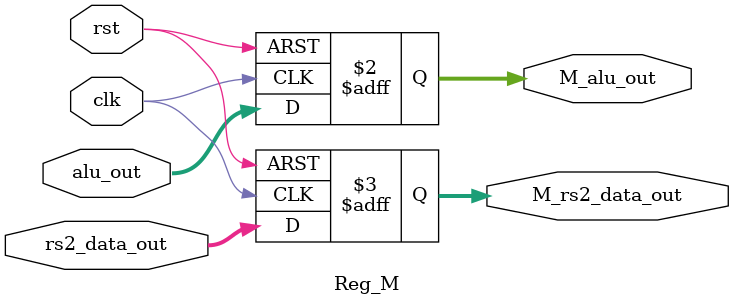
<source format=v>
module Reg_M (
    input clk,
    input rst,
    input [31:0] alu_out,
    input [31:0] rs2_data_out,
    
    output reg [31:0] M_alu_out,
    output reg [31:0] M_rs2_data_out
);

always@(posedge clk or posedge rst)
begin
    if(rst) //reset==0
    begin
        M_alu_out <= 32'd0;
        M_rs2_data_out <= 32'd0;
    end
    else 
    begin
        M_alu_out <= alu_out;
        M_rs2_data_out <= rs2_data_out;
    end
end

endmodule
</source>
